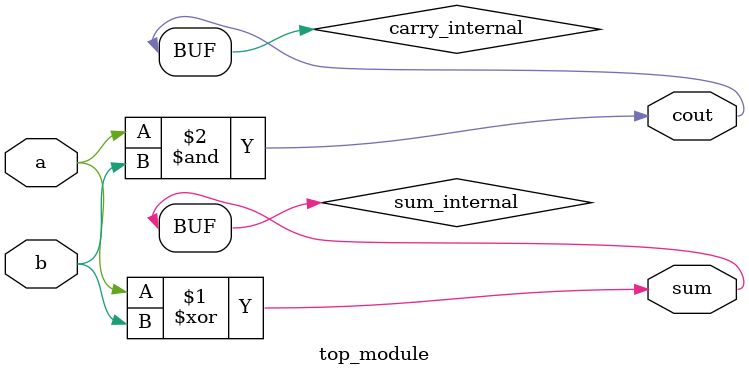
<source format=sv>
module top_module (
    input a,
    input b,
    output sum,
    output cout
);
    // Internal wires to hold intermediate sum and carry
    wire sum_internal;
    wire carry_internal;

    // Sum calculation
    assign sum_internal = a ^ b;

    // Carry calculation
    assign carry_internal = a & b;

    // Assign the results to the outputs
    assign sum = sum_internal;
    assign cout = carry_internal;

endmodule

</source>
